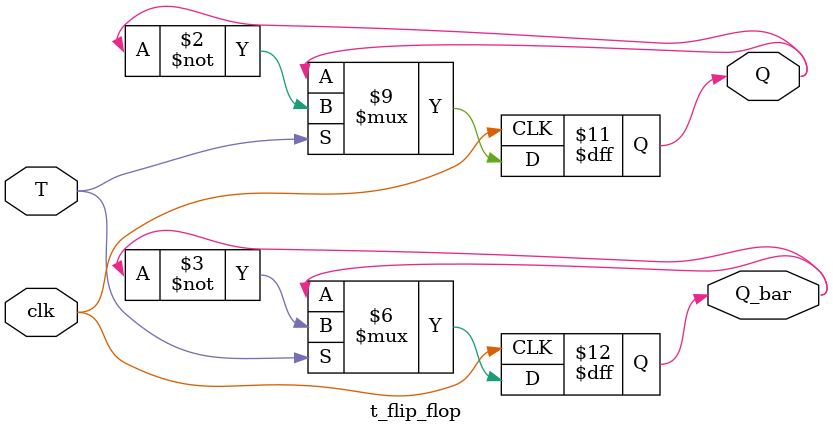
<source format=sv>
module t_flip_flop (
    input logic clk, T,
    output logic Q, Q_bar
);

initial begin
    Q = 0;
    Q_bar = 1;
end

always_ff @(posedge clk) begin
    if (T) begin
        Q = ~Q;
        Q_bar = ~Q_bar;
    end
end

endmodule
</source>
